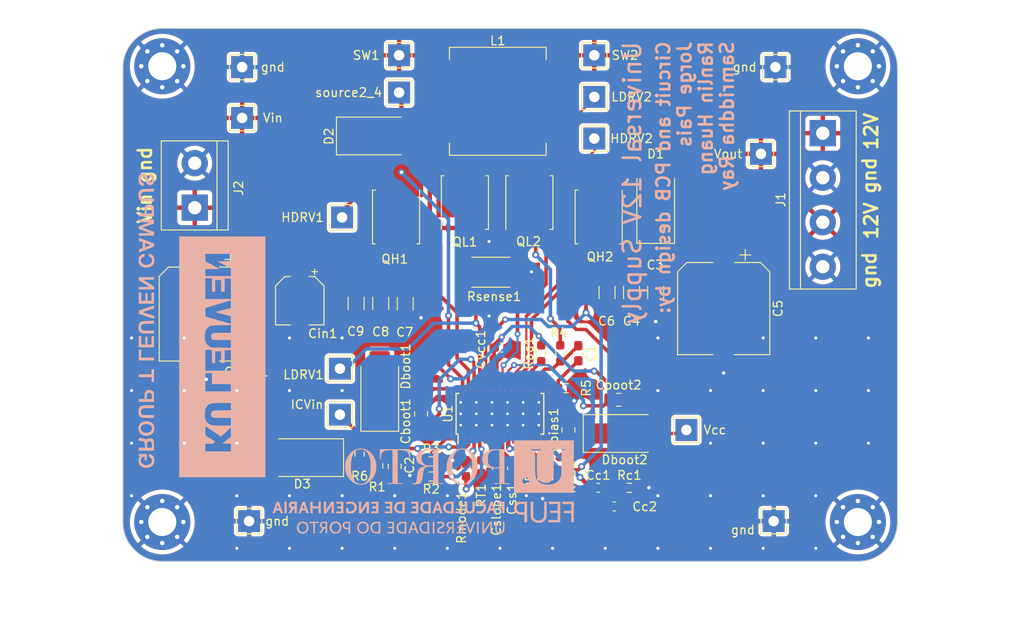
<source format=kicad_pcb>
(kicad_pcb (version 20221018) (generator pcbnew)
  (layers (0 "F.Cu" signal) (31 "B.Cu" signal) (34 "B.Paste" user) (35 "F.Paste" user) (36 "B.SilkS" user "B.Silkscreen") (37 "F.SilkS" user "F.Silkscreen") (38 "B.Mask" user) (39 "F.Mask" user) (44 "Edge.Cuts" user))
  (net 0 "")
  (net 1 "CS")
  (net 2 "CSG")
  (net 3 "ICVin")
  (net 4 "GND")
  (net 5 "Vout")
  (net 6 "Vcc")
  (net 7 "/BOOT1")
  (net 8 "SW1")
  (net 9 "/BOOT2")
  (net 10 "SW2")
  (net 11 "Vin")
  (net 12 "/COMP")
  (net 13 "Net-(Cc1-Pad2)")
  (net 14 "/SLOPE")
  (net 15 "/SS")
  (net 16 "/source2_4")
  (net 17 "Net-(D3-K)")
  (net 18 "HDRV1")
  (net 19 "HDRV2")
  (net 20 "LDRV1")
  (net 21 "LDRV2")
  (net 22 "EN")
  (net 23 "FB")
  (net 24 "/MODE")
  (net 25 "/PGOOD")
  (net 26 "/RT{slash}SYNC")
  (net 27 "Net-(C2-Pad1)")
  (footprint "TestPoint:TestPoint_THTPad_2.5x2.5mm_Drill1.2mm" (layer "F.Cu") (at 133.4 26.6)
    (fp_text reference "TP13" hide)
    (fp_text value "gnd")
  )
  (footprint "Capacitor_SMD:C_0805_2012Metric_Pad1.18x1.45mm_HandSolder" (layer "F.Cu") (at 93 66.1552 90)
    (fp_text reference "Cboot1")
    (fp_text value "100n")
  )
  (footprint "Capacitor_SMD:C_0603_1608Metric_Pad1.08x0.95mm_HandSolder" (layer "F.Cu") (at 113.2 74.6)
    (fp_text reference "Cc1")
    (fp_text value "15n")
  )
  (footprint "MountingHole:MountingHole_3.2mm_M3_Pad_Via" (layer "F.Cu") (at 142.802944 26.5)
    (fp_text reference "H2" hide)
    (fp_text value "MountingHole_Pad")
  )
  (footprint "TestPoint:TestPoint_THTPad_2.5x2.5mm_Drill1.2mm" (layer "F.Cu") (at 90.5 25.25)
    (fp_text reference "TP5" hide)
    (fp_text value "SW1")
  )
  (footprint "Diode_SMD:D_SMB_Handsoldering" (layer "F.Cu") (at 88.2926 63.4374 90)
    (fp_text reference "Dboot1")
    (fp_text value "SS24")
  )
  (footprint "Resistor_SMD:R_0603_1608Metric_Pad0.98x0.95mm_HandSolder" (layer "F.Cu") (at 86 70.75 -90)
    (fp_text reference "R6")
    (fp_text value "2k")
  )
  (footprint "Package_SO:HTSSOP-28-1EP_4.4x9.7mm_P0.65mm_EP3.4x9.5mm_ThermalVias" (layer "F.Cu") (at 101.97 66.15 90)
    (fp_text reference "U1")
    (fp_text value "LM5175PWP")
  )
  (footprint "Diode_SMD:D_SMB_Handsoldering" (layer "F.Cu") (at 116.2 68.4)
    (fp_text reference "Dboot2")
    (fp_text value "SS24")
  )
  (footprint "Capacitor_SMD:C_1206_3216Metric_Pad1.33x1.80mm_HandSolder" (layer "F.Cu") (at 119.7486 52.3122 -90)
    (fp_text reference "C3")
    (fp_text value "15u")
  )
  (footprint "Resistor_SMD:R_0603_1608Metric_Pad0.98x0.95mm_HandSolder" (layer "F.Cu") (at 88.1148 72.0988 90)
    (fp_text reference "R1")
    (fp_text value "10")
  )
  (footprint "Capacitor_SMD:C_1206_3216Metric_Pad1.33x1.80mm_HandSolder" (layer "F.Cu") (at 91.2 53.6 -90)
    (fp_text reference "C7")
    (fp_text value "15u")
  )
  (footprint "TestPoint:TestPoint_THTPad_2.5x2.5mm_Drill1.2mm" (layer "F.Cu") (at 112.75 34.75)
    (fp_text reference "TP7" hide)
    (fp_text value "HDRV2")
  )
  (footprint "TestPoint:TestPoint_THTPad_2.5x2.5mm_Drill1.2mm" (layer "F.Cu") (at 84 43.75)
    (fp_text reference "TP4" hide)
    (fp_text value "HDRV1")
  )
  (footprint "Resistor_SMD:R_0603_1608Metric_Pad0.98x0.95mm_HandSolder" (layer "F.Cu") (at 108.875 59.25 90)
    (fp_text reference "R4")
    (fp_text value "100")
  )
  (footprint "Capacitor_SMD:C_1206_3216Metric_Pad1.33x1.80mm_HandSolder" (layer "F.Cu") (at 85.6 53.5625 -90)
    (fp_text reference "C9")
    (fp_text value "15u")
  )
  (footprint "TestPoint:TestPoint_THTPad_2.5x2.5mm_Drill1.2mm" (layer "F.Cu") (at 73.4 78.4)
    (fp_text reference "TP11" hide)
    (fp_text value "gnd")
  )
  (footprint "Resistor_SMD:R_0603_1608Metric_Pad0.98x0.95mm_HandSolder" (layer "F.Cu") (at 116.75 74.6)
    (fp_text reference "Rc1")
    (fp_text value "68k")
  )
  (footprint "Capacitor_SMD:C_1206_3216Metric_Pad1.33x1.80mm_HandSolder" (layer "F.Cu") (at 116.9946 52.3122 -90)
    (fp_text reference "C4")
    (fp_text value "15u")
  )
  (footprint "Resistor_SMD:R_0603_1608Metric_Pad0.98x0.95mm_HandSolder" (layer "F.Cu") (at 94.1581 73.318 180)
    (fp_text reference "R2")
    (fp_text value "249k")
  )
  (footprint "Capacitor_SMD:CP_Elec_10x10.5" (layer "F.Cu") (at 68.506 54.776 -90)
    (fp_text reference "Cbulk1")
    (fp_text value "68u")
  )
  (footprint "TestPoint:TestPoint_THTPad_2.5x2.5mm_Drill1.2mm" (layer "F.Cu") (at 83.75 61)
    (fp_text reference "TP6" hide)
    (fp_text value "LDRV1")
  )
  (footprint "TestPoint:TestPoint_THTPad_2.5x2.5mm_Drill1.2mm" (layer "F.Cu") (at 83.75 66.25)
    (fp_text reference "TP2" hide)
    (fp_text value "ICVin")
  )
  (footprint "Resistor_SMD:R_0603_1608Metric_Pad0.98x0.95mm_HandSolder" (layer "F.Cu") (at 99.85 72.375 -90)
    (fp_text reference "RT1")
    (fp_text value "27.4k")
  )
  (footprint "TestPoint:TestPoint_THTPad_2.5x2.5mm_Drill1.2mm" (layer "F.Cu") (at 72.6 32.4)
    (fp_text reference "TP10" hide)
    (fp_text value "Vin")
  )
  (footprint "Resistor_SMD:R_0603_1608Metric_Pad0.98x0.95mm_HandSolder" (layer "F.Cu") (at 108.5618 73.4704 -90)
    (fp_text reference "RFB2")
    (fp_text value "105k")
  )
  (footprint "Diode_SMD:D_SMB_Handsoldering" (layer "F.Cu") (at 88.064 34.456)
    (fp_text reference "D2")
    (fp_text value "SS24")
  )
  (footprint "TestPoint:TestPoint_THTPad_2.5x2.5mm_Drill1.2mm" (layer "F.Cu") (at 90.5 29.5)
    (fp_text reference "TP15" hide)
    (fp_text value "source2_4")
  )
  (footprint "MountingHole:MountingHole_3.2mm_M3_Pad_Via" (layer "F.Cu") (at 63.5 26.5)
    (fp_text reference "H1" hide)
    (fp_text value "MountingHole_Pad")
  )
  (footprint "Resistor_SMD:R_0603_1608Metric_Pad0.98x0.95mm_HandSolder" (layer "F.Cu") (at 94.16 71.5908)
    (fp_text reference "R3")
    (fp_text value "59k")
  )
  (footprint "Resistor_SMD:R_2512_6332Metric_Pad1.40x3.35mm_HandSolder" (layer "F.Cu") (at 100.95 50)
    (fp_text reference "Rsense1")
    (fp_text value "18m")
  )
  (footprint "Capacitor_SMD:C_1206_3216Metric_Pad1.33x1.80mm_HandSolder" (layer "F.Cu") (at 114.2006 52.3122 -90)
    (fp_text reference "C6")
    (fp_text value "15u")
  )
  (footprint "Capacitor_SMD:C_1206_3216Metric_Pad1.33x1.80mm_HandSolder" (layer "F.Cu") (at 88.4 53.5625 -90)
    (fp_text reference "C8")
    (fp_text value "15u")
  )
  (footprint "Resistor_SMD:R_0603_1608Metric_Pad0.98x0.95mm_HandSolder" (layer "F.Cu") (at 106.7 59.25 90)
    (fp_text reference "Rpg1")
    (fp_text value "10k")
  )
  (footprint "Capacitor_SMD:C_0603_1608Metric_Pad1.08x0.95mm_HandSolder" (layer "F.Cu") (at 110.924 59.2464 -90)
    (fp_text reference "C1")
    (fp_text value "47p")
  )
  (footprint "Package_TO_SOT_SMD:TDSON-8-1" (layer "F.Cu") (at 113.25 43.7 -90)
    (fp_text reference "QH2")
    (fp_text value "CSD18532Q5B")
  )
  (footprint "Diode_SMD:D_SMB_Handsoldering" (layer "F.Cu") (at 79.4534 71.159 180)
    (fp_text reference "D3")
    (fp_text value "SS24")
  )
  (footprint "Resistor_SMD:R_0603_1608Metric_Pad0.98x0.95mm_HandSolder" (layer "F.Cu") (at 106.86 73.4704 -90)
    (fp_text reference "RFB1")
    (fp_text value "7.5k")
  )
  (footprint "Package_TO_SOT_SMD:TDSON-8-1" (layer "F.Cu") (at 105.35 42.05 90)
    (fp_text reference "QL2")
    (fp_text value "CSD18532Q5B")
  )
  (footprint "TestPoint:TestPoint_THTPad_2.5x2.5mm_Drill1.2mm" (layer "F.Cu") (at 112.75 30)
    (fp_text reference "TP1" hide)
    (fp_text value "LDRV2")
  )
  (footprint "TestPoint:TestPoint_THTPad_2.5x2.5mm_Drill1.2mm" (layer "F.Cu") (at 123.25 68)
    (fp_text reference "TP3" hide)
    (fp_text value "Vcc")
  )
  (footprint "Resistor_SMD:R_0603_1608Metric_Pad0.98x0.95mm_HandSolder" (layer "F.Cu") (at 98.125 72.375 90)
    (fp_text reference "Rmode1")
    (fp_text value "93.1k")
  )
  (footprint "FootprintLibrary:L_Coilcraft_XAL1010-XXX_handsolder" (layer "F.Cu") (at 101.75 30.5)
    (fp_text reference "L1")
    (fp_text value "4.7u")
  )
  (footprint "Package_TO_SOT_SMD:TDSON-8-1" (layer "F.Cu") (at 98 42.05 90)
    (fp_text reference "QL1")
    (fp_text value "CSD18532Q5B")
  )
  (footprint "Capacitor_SMD:C_0805_2012Metric_Pad1.18x1.45mm_HandSolder" (layer "F.Cu") (at 115.5214 64.555)
    (fp_text reference "Cboot2")
    (fp_text value "100n")
  )
  (footprint "TestPoint:TestPoint_THTPad_2.5x2.5mm_Drill1.2mm" (layer "F.Cu") (at 131.75 36.5)
    (fp_text reference "TP9" hide)
    (fp_text value "Vout")
  )
  (footprint "Capacitor_SMD:CP_Elec_10x12.6" (layer "F.Cu") (at 127.5 54.15 -90)
    (fp_text reference "C5")
    (fp_text value "470u")
  )
  (footprint "TestPoint:TestPoint_THTPad_2.5x2.5mm_Drill1.2mm" (layer "F.Cu") (at 133.2 78.4)
    (fp_text reference "TP14" hide)
    (fp_text value "gnd")
  )
  (footprint "Capacitor_SMD:C_0603_1608Metric_Pad1.08x0.95mm_HandSolder" (layer "F.Cu") (at 101.65 72.3875 -90)
    (fp_text reference "Cslope1")
    (fp_text value "100p")
  )
  (footprint "TerminalBlock:TerminalBlock_bornier-2_P5.08mm" (layer "F.Cu") (at 67.2 42.64 90)
    (fp_text reference "J2")
    (fp_text value "Screw_Terminal_01x02")
  )
  (footprint "Capacitor_SMD:C_0805_2012Metric_Pad1.18x1.45mm_HandSolder" (layer "F.Cu") (at 89.9944 72.1496 -90)
    (fp_text reference "C2")
    (fp_text value "100n")
  )
  (footprint "Capacitor_SMD:C_0805_2012Metric_Pad1.18x1.45mm_HandSolder" (layer "F.Cu") (at 109.8 68 90)
    (fp_text reference "Cbias1")
    (fp_text value "100n")
  )
  (footprint "Capacitor_SMD:C_0603_1608Metric_Pad1.08x0.95mm_HandSolder" (layer "F.Cu") (at 115.0375 76.725)
    (fp_text reference "Cc2")
    (fp_text value "62p")
  )
  (footprint "TestPoint:TestPoint_THTPad_2.5x2.5mm_Drill1.2mm" (layer "F.Cu") (at 112.75 25.25)
    (fp_text reference "TP8" hide)
    (fp_text value "SW2")
  )
  (footprint "Capacitor_SMD:CP_Elec_5x5.4" (layer "F.Cu") (at 79.174 53.252 -90)
    (fp_text reference "Cin1")
    (fp_text value "10u")
  )
  (footprint "Resistor_SMD:R_0603_1608Metric_Pad0.98x0.95mm_HandSolder" (layer "F.Cu") (at 109.55 63.225)
    (fp_text reference "R5")
    (fp_text value "100")
  )
  (footprint "Diode_SMD:D_SMB_Handsoldering" (layer "F.Cu") (at 119.75 42 90)
    (fp_text reference "D1")
    (fp_text value "SS24")
  )
  (footprint "Capacitor_SMD:C_0603_1608Metric_Pad1.08x0.95mm_HandSolder" (layer "F.Cu") (at 102.2 58.6)
    (fp_text reference "Cvcc1")
    (fp_text value "1u")
  )
  (footprint "MountingHole:MountingHole_3.2mm_M3_Pad_Via" (layer "F.Cu") (at 63.5 78.5)
    (fp_text reference "H3" hide)
    (fp_text value "MountingHole_Pad")
  )
  (footprint "TerminalBlock:TerminalBlock_bornier-4_P5.08mm" (layer "F.Cu") (at 138.8 34.14 -90)
    (fp_text reference "J1")
    (fp_text value "Screw_Terminal_01x04")
  )
  (footprint "Package_TO_SOT_SMD:TDSON-8-1" (layer "F.Cu") (at 90.15 43.7 -90)
    (fp_text reference "QH1")
    (fp_text value "CSD18532Q5B")
  )
  (footprint "MountingHole:MountingHole_3.2mm_M3_Pad_Via" (layer "F.Cu") (at 142.802944 78.5)
    (fp_text reference "H4" hide)
    (fp_text value "MountingHole_Pad")
  )
  (footprint "Capacitor_SMD:C_0603_1608Metric_Pad1.08x0.95mm_HandSolder" (layer "F.Cu") (at 103.375 72.3875 -90)
    (fp_text reference "Css1")
    (fp_text value "120n")
  )
  (footprint "TestPoint:TestPoint_THTPad_2.5x2.5mm_Drill1.2mm" (layer "F.Cu") (at 72.6 26.6)
    (fp_text reference "TP12" hide)
    (fp_text value "gnd")
  )
  (footprint "LOGO" (layer "B.Cu") (at 67.75 56 90)
    (fp_text reference "G***" hide)
    (fp_text value "LOGO" hide)
  )
  (footprint "LOGO" (layer "B.Cu") (at 93.5 74.5 180)
    (fp_text reference "G***" hide)
    (fp_text value "LOGO" hide)
  )
  (gr_arc (start 59 26.681981) (mid 60.318026 23.500013) (end 63.5 22.181981) (stroke (width 0.1)) (layer "Edge.Cuts"))
  (gr_line (start 63.5 83) (end 142.818019 83) (stroke (width 0.1)) (layer "Edge.Cuts"))
  (gr_line (start 147.318019 78.5) (end 147.318019 26.681981) (stroke (width 0.1)) (layer "Edge.Cuts"))
  (gr_arc (start 63.5 83) (mid 60.318019 81.681981) (end 59 78.5) (stroke (width 0.1)) (layer "Edge.Cuts"))
  (gr_arc (start 142.818019 22.181981) (mid 145.999994 23.500006) (end 147.318019 26.681981) (stroke (width 0.1)) (layer "Edge.Cuts"))
  (gr_line (start 59 26.681981) (end 59 78.5) (stroke (width 0.1)) (layer "Edge.Cuts"))
  (gr_arc (start 147.318019 78.5) (mid 146.000001 81.681987) (end 142.818019 83) (stroke (width 0.1)) (layer "Edge.Cuts"))
  (gr_line (start 142.818019 22.181981) (end 63.5 22.181981) (stroke (width 0.1)) (layer "Edge.Cuts"))
  (gr_text "Universal 12V Supply" (at 118.25 23.5 90) (layer "B.SilkS") (effects (font (size 2 2) (thickness 0.3) bold) (justify left bottom mirror)))
  (gr_text "Circuit and PCB design by:\nJorge Pais\nRanlin Huang\nSamriddha Ray" (at 128.75 23.5 90) (layer "B.SilkS") (effects (font (size 1.5 1.5) (thickness 0.3) bold) (justify left bottom mirror)))
  (gr_text "12V\n" (at 145.2 36.2 90) (layer "F.SilkS") (effects (font (size 1.5 1.5) (thickness 0.3) bold) (justify left bottom)))
  (gr_text "Vin" (at 62.4 44.6 90) (layer "F.SilkS") (effects (font (size 1.5 1.5) (thickness 0.3) bold) (justify left bottom)))
  (gr_text "gnd\n" (at 145 52 90) (layer "F.SilkS") (effects (font (size 1.5 1.5) (thickness 0.3) bold) (justify left bottom)))
  (gr_text "gnd\n" (at 145 41.2 90) (layer "F.SilkS") (effects (font (size 1.5 1.5) (thickness 0.3) bold) (justify left bottom)))
  (gr_text "12V\n" (at 145.2 46.4 90) (layer "F.SilkS") (effects (font (size 1.5 1.5) (thickness 0.3) bold) (justify left bottom)))
  (gr_text "gnd\n" (at 62.4 40 90) (layer "F.SilkS") (effects (font (size 1.5 1.5) (thickness 0.3) bold) (justify left bottom)))
  (segment (start 105.545 63.3) (end 105.545 62.634314) (width 0.4) (layer "F.Cu") (net 1))
  (segment (start 108.875 60.1625) (end 109.1454 60.1625) (width 0.4) (layer "F.Cu") (net 1))
  (segment (start 109.1454 60.1625) (end 110.924 58.3839) (width 0.4) (layer "F.Cu") (net 1))
  (segment (start 107.129314 61.05) (end 107.9875 61.05) (width 0.4) (layer "F.Cu") (net 1))
  (segment (start 105.545 62.634314) (end 107.129314 61.05) (width 0.4) (layer "F.Cu") (net 1))
  (segment (start 107.9875 61.05) (end 108.875 60.1625) (width 0.4) (layer "F.Cu") (net 1))
  (segment (start 108.6375 63.225) (end 108.6375 62.3954) (width 0.4) (layer "F.Cu") (net 2))
  (segment (start 108.5625 63.3) (end 108.6375 63.225) (width 0.4) (layer "F.Cu") (net 2))
  (segment (start 108.6375 62.3954) (end 110.924 60.1089) (width 0.4) (layer "F.Cu") (net 2))
  (segment (start 106.195 63.3) (end 108.5625 63.3) (width 0.4) (layer "F.Cu") (net 2))
  (segment (start 86 69.8375) (end 86 68.5) (width 0.4) (layer "F.Cu") (net 3))
  (segment (start 98.110686 69.95) (end 96.1768 69.95) (width 0.4) (layer "F.Cu") (net 3))
  (segment (start 92.6106 70.1176) (end 90.9889 70.1176) (width 0.4) (layer "F.Cu") (net 3))
  (segment (start 98.395 69) (end 98.395 69.665686) (width 0.4) (layer "F.Cu") (net 3))
  (segment (start 86 68.5) (end 83.75 66.25) (width 0.4) (layer "F.Cu") (net 3))
  (segment (start 96.1768 69.95) (end 96.1666 69.9398) (width 0.4) (layer "F.Cu") (net 3))
  (segment (start 90.9889 70.1176) (end 90.7088 69.8375) (width 0.4) (layer "F.Cu") (net 3))
  (segment (start 90.7088 69.8375) (end 86 69.8375) (width 0.4) (layer "F.Cu") (net 3))
  (segment (start 98.395 69.665686) (end 98.110686 69.95) (width 0.4) (layer "F.Cu") (net 3))
  (via (at 96.1666 69.9398) (size 0.8) (drill 0.4) (layers "F.Cu" "B.Cu") (net 3))
  (via (at 92.6106 70.1176) (size 0.8) (drill 0.4) (layers "F.Cu" "B.Cu") (net 3))
  (segment (start 92.7884 69.9398) (end 92.6106 70.1176) (width 0.4) (layer "B.Cu") (net 3))
  (segment (start 96.1666 69.9398) (end 92.7884 69.9398) (width 0.4) (layer "B.Cu") (net 3))
  (segment (start 91.2 55.1625) (end 92.9625 55.1625) (width 1) (layer "F.Cu") (net 4))
  (segment (start 103.0625 58.6) (end 103.0625 58.8275) (width 0.4) (layer "F.Cu") (net 4))
  (segment (start 119.7486 53.8747) (end 119.7486 55.6247) (width 0.5) (layer "F.Cu") (net 4))
  (segment (start 106.195 69) (end 105.545 69) (width 0.25) (layer "F.Cu") (net 4))
  (segment (start 68.506 58.976) (end 68.506 62.226) (width 1) (layer "F.Cu") (net 4))
  (segment (start 103.595 68.185) (end 102.86 67.45) (width 0.25) (layer "F.Cu") (net 4))
  (segment (start 92.9625 55.1625) (end 93 55.2) (width 1) (layer "F.Cu") (net 4))
  (segment (start 91.7177 73.1871) (end 91.7216 73.191) (width 0.5) (layer "F.Cu") (net 4))
  (segment (start 104 50) (end 105.54 50) (width 0.4) (layer "F.Cu") (net 4))
  (segment (start 103.595 69) (end 103.595 68.185) (width 0.25) (layer "F.Cu") (net 4))
  (segment (start 117.6625 74.6) (end 118.9638 74.6) (width 0.4) (layer "F.Cu") (net 4))
  (segment (start 106.86 74.3829) (end 106.86 75.8326) (width 0.4) (layer "F.Cu") (net 4))
  (segment (start 103.0625 58.8275) (end 101.645 60.245) (width 0.4) (layer "F.Cu") (net 4))
  (segment (start 99.85 73.1875) (end 98.125 71.4625) (width 0.4) (layer "F.Cu") (net 4))
  (segment (start 101.645 60.245) (end 101.645 63.3) (width 0.4) (layer "F.Cu") (net 4))
  (segment (start 127.5 58.5) (end 127.5 61.5) (width 0.5) (layer "F.Cu") (net 4))
  (segment (start 100.345 69) (end 100.345 68.185) (width 0.25) (layer "F.Cu") (net 4))
  (segment (start 101.6125 73.2875) (end 101.65 73.25) (width 0.4) (layer "F.Cu") (net 4))
  (segment (start 96.5997 71.4625) (end 96.5984 71.4638) (width 0.4) (layer "F.Cu") (net 4))
  (segment (start 110.4625 63.225) (end 110.4625 64.6625) (width 0.4) (layer "F.Cu") (net 4))
  (segment (start 105.54 50) (end 105.59 49.95) (width 0.4) (layer "F.Cu") (net 4))
  (segment (start 110.4625 64.6625) (end 110.45 64.675) (width 0.4) (layer "F.Cu") (net 4))
  (segment (start 99.85 73.2875) (end 99.85 73.1875) (width 0.4) (layer "F.Cu") (net 4))
  (segment (start 106.195 69) (end 106.195 67.675) (width 0.25) (layer "F.Cu") (net 4))
  (segment (start 114.2006 53.8747) (end 119.7486 53.8747) (width 1.5) (layer "F.Cu") (net 4))
  (segment (start 96.4714 71.5908) (end 96.5984 71.4638) (width 0.4) (layer "F.Cu") (net 4))
  (segment (start 118.9638 74.6) (end 118.9758 74.588) (width 0.4) (layer "F.Cu") (net 4))
  (segment (start 115.9 76.3625) (end 117.6625 74.6) (width 0.4) (layer "F.Cu") (net 4))
  (segment (start 106.195 67.675) (end 106.42 67.45) (width 0.25) (layer "F.Cu") (net 4))
  (segment (start 101.645 63.3) (end 101.645 64.285) (width 0.25) (layer "F.Cu") (net 4))
  (segment (start 100.345 68.185) (end 101.08 67.45) (width 0.25) (layer "F.Cu") (net 4))
  (segment (start 85.6375 55.1625) (end 85.6 55.125) (width 1) (layer "F.Cu") (net 4))
  (segment (start 101.645 64.285) (end 101.08 64.85) (width 0.25) (layer "F.Cu") (net 4))
  (segment (start 115.9 76.725) (end 115.9 76.3625) (width 0.4) (layer "F.Cu") (net 4))
  (via (at 120 81.5) (size 0.7) (drill 0.35) (layers "F.Cu" "B.Cu") (net 4))
  (via (at 120 57.5) (size 0.7) (drill 0.35) (layers "F.Cu" "B.Cu") (net 4))
  (via (at 66 63.5) (size 0.7) (drill 0.35) (layers "F.Cu" "B.Cu") (net 4))
  (via (at 138 57.5) (size 0.7) (drill 0.35) (layers "F.Cu" "B.Cu") (net 4))
  (via (at 118.9758 74.588) (size 0.8) (drill 0.4) (layers "F.Cu" "B.Cu") (net 4))
  (via (at 60 75.5) (size 0.7) (drill 0.35) (layers "F.Cu" "B.Cu") (net 4))
  (via (at 132 57.5) (size 0.7) (drill 0.35) (layers "F.Cu" "B.Cu") (net 4))
  (via (at 84 75.5) (size 0.7) (drill 0.35) (layers "F.Cu" "B.Cu") (net 4))
  (via (at 138 63.5) (size 0.7) (drill 0.35) (layers "F.Cu" "B.Cu") (net 4))
  (via (at 66 57.5) (size 0.7) (drill 0.35) (layers "F.Cu" "B.Cu") (net 4))
  (via (at 144 69.5) (size 0.7) (drill 0.35) (layers "F.Cu" "B.Cu") (net 4))
  (via (at 132 69.5) (size 0.7) (drill 0.35) (layers "F.Cu" "B.Cu") (net 4))
  (via (at 93 55.2) (size 0.8) (drill 0.4) (layers "F.Cu" "B.Cu") (net 4))
  (via (at 119.7486 55.6247) (size 0.8) (drill 0.4) (layers "F.Cu" "B.Cu") (net 4))
  (via (at 72 75.5) (size 0.7) (drill 0.35) (layers "F.Cu" "B.Cu") (net 4))
  (via (at 102 81.5) (size 0.7) (drill 0.35) (layers "F.Cu" "B.Cu") (net 4))
  (via (at 96 75.5) (size 0.7) (drill 0.35) (layers "F.Cu" "B.Cu") (net 4))
  (via (at 110.45 64.675) (size 0.8) (drill 0.4) (layers "F.Cu" "B.Cu") (net 4))
  (via (at 106.86 75.8326) (size 0.8) (drill 0.4) (layers "F.Cu" "B.Cu") (net 4))
  (via (at 66 69.5) (size 0.7) (drill 0.35) (layers "F.Cu" "B.Cu") (net 4))
  (via (at 105 75.5) (size 0.7) (drill 0.35) (layers "F.Cu" "B.Cu") (net 4))
  (via (at 72 81.5) (size 0.7) (drill 0.35) (layers "F.Cu" "B.Cu") (net 4))
  (via (at 78 57.5) (size 0.7) (drill 0.35) (layers "F.Cu" "B.Cu") (net 4))
  (via (at 120 75.5) (size 0.7) (drill 0.35) (layers "F.Cu" "B.Cu") (net 4))
  (via (at 78 81.5) (size 0.7) (drill 0.35) (layers "F.Cu" "B.Cu") (net 4))
  (via (at 90 81.5) (size 0.7) (drill 0.35) (layers "F.Cu" "B.Cu") (net 4))
  (via (at 108 81.5) (size 0.7) (drill 0.35) (layers "F.Cu" "B.Cu") (net 4))
  (via (at 91.7216 73.191) (size 0.8) (drill 0.4) (layers "F.Cu" "B.Cu") (net 4))
  (via (at 126 81.5) (size 0.7) (drill 0.35) (layers "F.Cu" "B.Cu") (net 4))
  (via (at 126 63.5) (size 0.7) (drill 0.35) (layers "F.Cu" "B.Cu") (net 4))
  (via (at 60 69.5) (size 0.7) (drill 0.35) (layers "F.Cu" "B.Cu") (net 4))
  (via (at 105.59 49.95) (size 0.7) (drill 0.35) (layers "F.Cu" "B.Cu") (net 4))
  (via (at 84 81.5) (size 0.7) (drill 0.35) (layers "F.Cu" "B.Cu") (net 4))
  (via (at 126 75.5) (size 0.7) (drill 0.35) (layers "F.Cu" "B.Cu") (net 4))
  (via (at 60 63.5) (size 0.7) (drill 0.35) (layers "F.Cu" "B.Cu") (net 4))
  (via (at 78 63.5) (size 0.7) (drill 0.35) (layers "F.Cu" "B.Cu") (net 4))
  (via (at 78 75.5) (size 0.7) (drill 0.35) (layers "F.Cu" "B.Cu") (net 4))
  (via (at 120 63.5) (size 0.7) (drill 0.35) (layers "F.Cu" "B.Cu") (net 4))
  (via (at 138 69.5) (size 0.7) (drill 0.35) (layers "F.Cu" "B.Cu") (net 4))
  (via (at 84 63.5) (size 0.7) (drill 0.35) (layers "F.Cu" "B.Cu") (net 4))
  (via (at 96 81.5) (size 0.7) (drill 0.35) (layers "F.Cu" "B.Cu") (net 4))
  (via (at 132 63.5) (size 0.7) (drill 0.35) (layers "F.Cu" "B.Cu") (net 4))
  (via (at 84 57.5) (size 0.7) (drill 0.35) (layers "F.Cu" "B.Cu") (net 4))
  (via (at 138 81.5) (size 0.7) (drill 0.35) (layers "F.Cu" "B.Cu") (net 4))
  (via (at 68.506 62.226) (size 0.8) (drill 0.4) (layers "F.Cu" "B.Cu") (net 4))
  (via (at 114 81.5) (size 0.7) (drill 0.35) (layers "F.Cu" "B.Cu") (net 4))
  (via (at 72 63.5) (size 0.7) (drill 0.35) (layers "F.Cu" "B.Cu") (net 4))
  (via (at 138 75.5) (size 0.7) (drill 0.35) (layers "F.Cu" "B.Cu") (net 4))
  (via (at 144 57.5) (size 0.7) (drill 0.35) (layers "F.Cu" "B.Cu") (net 4))
  (via (at 132 75.5) (size 0.7) (drill 0.35) (layers "F.Cu" "B.Cu") (net 4))
  (via (at 96.5984 71.4638) (size 0.8) (drill 0.4) (layers "F.Cu" "B.Cu") (net 4))
  (via (at 132 81.5) (size 0.7) (drill 0.35) (layers "F.Cu" "B.Cu") (net 4))
  (via (at 126 69.5) (size 0.7) (drill 0.35) (layers "F.Cu" "B.Cu") (net 4))
  (via (at 144 63.5) (size 0.7) (drill 0.35) (layers "F.Cu" "B.Cu") (net 4))
  (via (at 127.5 61.5) (size 0.8) (drill 0.4) (layers "F.Cu" "B.Cu") (net 4))
  (via (at 72 69.5) (size 0.7) (drill 0.35) (layers "F.Cu" "B.Cu") (net 4))
  (via (at 60 57.5) (size 0.7) (drill 0.35) (layers "F.Cu" "B.Cu") (net 4))
  (via (at 100.75 46.5) (size 0.7) (drill 0.35) (layers "F.Cu" "B.Cu") (net 4))
  (via (at 100.75 55) (size 0.7) (drill 0.35) (layers "F.Cu" "B.Cu") (net 4))
  (via (at 90 75.5) (size 0.7) (drill 0.35) (layers "F.Cu" "B.Cu") (net 4))
  (segment (start 107.2645 71.2606) (end 109.4876 69.0375) (width 0.4) (layer "F.Cu") (net 5))
  (segment (start 100.345 57.655) (end 101.8 56.2) (width 0.4) (layer "F.Cu") (net 5))
  (segment (start 104.895 69.665686) (end 104.895 69) (width 0.4) (layer "F.Cu") (net 5))
  (segment (start 106.489914 71.2606) (end 104.895 69.665686) (width 0.4) (layer "F.Cu") (net 5))
  (segment (start 111.813 53.1373) (end 114.2006 50.7497) (width 0.4) (layer "F.Cu") (net 5))
  (segment (start 101.8 56.2) (end 102.6 55.4) (width 0.4) (layer "F.Cu") (net 5))
  (segment (start 110.9221 72.5579) (end 111.305 72.175) (width 0.4) (layer "F.Cu") (net 5))
  (segment (start 114.2006 50.7497) (end 119.7486 50.7497) (width 1.5) (layer "F.Cu") (net 5))
  (segment (start 107.2645 71.2606) (end 106.489914 71.2606) (width 0.4) (layer "F.Cu") (net 5))
  (segment (start 100.345 63.3) (end 100.345 57.655) (width 0.4) (layer "F.Cu") (net 5))
  (segment (start 111.813 54.6236) (end 111.813 53.1373) (width 0.4) (layer "F.Cu") (net 5))
  (segment (start 109.4876 69.0375) (end 109.8 69.0375) (width 0.4) (layer "F.Cu") (net 5))
  (segment (start 108.5618 72.5579) (end 107.2645 71.2606) (width 0.4) (layer "F.Cu") (net 5))
  (segment (start 108.5618 72.5579) (end 110.9221 72.5579) (width 0.4) (layer "F.Cu") (net 5))
  (via (at 102.6 55.4) (size 0.7) (drill 0.35) (layers "F.Cu" "B.Cu") (net 5))
  (via (at 111.305 72.175) (size 0.8) (drill 0.4) (layers "F.Cu" "B.Cu") (net 5))
  (via (at 111.813 54.6236) (size 0.8) (drill 0.4) (layers "F.Cu" "B.Cu") (net 5))
  (segment (start 102.6 55.4) (end 106.708229 55.4) (width 0.4) (layer "B.Cu") (net 5))
  (segment (start 113.5274 69.9526) (end 113.5274 56.338) (width 0.4) (layer "B.Cu") (net 5))
  (segment (start 107.508229 56.2) (end 110.2366 56.2) (width 0.4) (layer "B.Cu") (net 5))
  (segment (start 111.813 54.6236) (end 110.2366 56.2) (width 0.4) (layer "B.Cu") (net 5))
  (segment (start 106.708229 55.4) (end 107.508229 56.2) (width 0.4) (layer "B.Cu") (net 5))
  (segment (start 111.305 72.175) (end 113.5274 69.9526) (width 0.4) (layer "B.Cu") (net 5))
  (segment (start 113.5274 56.338) (end 111.813 54.6236) (width 0.4) (layer "B.Cu") (net 5))
  (segment (start 93.8552 61.0205) (end 95.2483 61.0205) (width 0.4) (layer "F.Cu") (net 6))
  (segment (start 115.4714 63.81076) (end 112.93904 61.2784) (width 0.4) (layer "F.Cu") (net 6))
  (segment (start 115.4714 65.6714) (end 116.2 66.4) (width 0.4) (layer "F.Cu") (net 6))
  (segment (start 95.2483 61.0205) (end 96.3698 62.142) (width 0.4) (layer "F.Cu") (net 6))
  (segment (start 96.3698 62.142) (end 96.3698 62.1674) (width 0.4) (layer "F.Cu") (net 6))
  (segment (start 106.7 57.5624) (end 106.4188 57.2812) (width 0.4) (layer "F.Cu") (net 6))
  (segment (start 106.7 58.3375) (end 106.7 57.5624) (width 0.4) (layer "F.Cu") (net 6))
  (segment (start 112.93904 61.2784) (end 112.7274 61.2784) (width 0.4) (layer "F.Cu") (net 6))
  (segment (start 101.3375 58.2625) (end 102.2 57.4) (width 0.4) (layer "F.Cu") (net 6))
  (segment (start 101.3375 58.6) (end 101.3375 58.2625) (width 0.4) (layer "F.Cu") (net 6))
  (segment (start 122.85 68.4) (end 123.25 68) (width 0.4) (layer "F.Cu") (net 6))
  (segment (start 116.9 66.4) (end 118.9 68.4) (width 0.4) (layer "F.Cu") (net 6))
  (segment (start 88.2926 60.7374) (end 93.5721 60.7374) (width 0.4) (layer "F.Cu") (net 6))
  (segment (start 88.4995 60.9443) (end 88.2926 60.7374) (width 0.4) (layer "F.Cu") (net 6))
  (segment (start 101.3375 59.4) (end 101.3375 58.6) (width 0.4) (layer "F.Cu") (net 6))
  (segment (start 93.5721 60.7374) (end 93.8552 61.0205) (width 0.4) (layer "F.Cu") (net 6))
  (segment (start 100.995 59.7425) (end 100.995 63.3) (width 0.4) (layer "F.Cu") (net 6))
  (segment (start 116.2 66.4) (end 116.9 66.4) (width 0.4) (layer "F.Cu") (net 6))
  (segment (start 100.995 59.7425) (end 101.3375 59.4) (width 0.4) (layer "F.Cu") (net 6))
  (segment (start 115.4714 63.81076) (end 115.4714 65.6714) (width 0.4) (layer "F.Cu") (net 6))
  (segment (start 118.9 68.4) (end 122.85 68.4) (width 0.4) (layer "F.Cu") (net 6))
  (via (at 112.7274 61.2784) (size 0.8) (drill 0.4) (layers "F.Cu" "B.Cu") (net 6))
  (via (at 96.3698 62.1674) (size 0.8) (drill 0.4) (layers "F.Cu" "B.Cu") (net 6))
  (via (at 102.2 57.4) (size 0.7) (drill 0.35) (layers "F.Cu" "B.Cu") (net 6))
  (via (at 106.4188 57.2812) (size 0.7) (drill 0.35) (layers "F.Cu" "B.Cu") (net 6))
  (segment (start 102.2 57.4) (end 102.2 57.840346) (width 0.4) (layer "B.Cu") (net 6))
  (segment (start 97.843 62.1674) (end 97.857973 62.182373) (width 0.4) (layer "B.Cu") (net 6))
  (segment (start 106.4188 57.2812) (end 110.416 61.2784) (width 0.4) (layer "B.Cu") (net 6))
  (segment (start 102.2 57.4) (end 103.4 56.2) (width 0.4) (layer "B.Cu") (net 6))
  (segment (start 103.4 56.2) (end 105.3376 56.2) (width 0.4) (layer "B.Cu") (net 6))
  (segment (start 96.3698 62.1674) (end 97.843 62.1674) (width 0.4) (layer "B.Cu") (net 6))
  (segment (start 102.2 57.840346) (end 97.857973 62.182373) (width 0.4) (layer "B.Cu") (net 6))
  (segment (start 105.3376 56.2) (end 106.4188 57.2812) (width 0.4) (layer "B.Cu") (net 6))
  (segment (start 110.416 61.2784) (end 112.7274 61.2784) (width 0.4) (layer "B.Cu") (net 6))
  (segment (start 95.0998 66.1552) (end 94.0623 67.1927) (width 0.4) (layer "F.Cu") (net 7))
  (segment (start 99.045 60.296) (end 98.6812 59.9322) (width 0.4) (layer "F.Cu") (net 7))
  (segment (start 95.0744 66.1298) (end 95.0998 66.1552) (width 0.4) (layer "F.Cu") (net 7))
  (segment (start 89.3479 67.1927) (end 92.89 67.1927) (width 1) (layer "F.Cu") (net 7))
  (segment (start 99.045 63.3) (end 99.045 60.296) (width 0.4) (layer "F.Cu") (net 7))
  (segment (start 88.2926 66.1374) (end 89.3479 67.1927) (width 1) (layer "F.Cu") (net 7))
  (segment (start 95.0744 65.5964) (end 95.0744 66.1298) (width 0.4) (layer "F.Cu") (net 7))
  (segment (start 94.0623 67.1927) (end 93 67.1927) (width 0.4) (layer "F.Cu") (net 7))
  (via (at 95.0744 65.5964) (size 0.8) (drill 0.4) (layers "F.Cu" "B.Cu") (net 7))
  (via (at 98.6812 59.9322) (size 0.8) (drill 0.4) (layers "F.Cu" "B.Cu") (net 7))
  (segment (start 97.4112 59.9322) (end 95.0744 62.269) (width 0.4) (layer "B.Cu") (net 7))
  (segment (start 95.0744 62.269) (end 95.0744 65.5964) (width 0.4) (layer "B.Cu") (net 7))
  (segment (start 98.6812 59.9322) (end 97.4112 59.9322) (width 0.4) (layer "B.Cu") (net 7))
  (segment (start 97.745 62.1456) (end 97.745 63.3) (width 0.4) (layer "F.Cu") (net 8))
  (segment (start 96.125 54.95) (end 96.125 60.5256) (width 0.4) (layer "F.Cu") (net 8))
  (segment (start 97.745 63.3) (end 94.45 63.3) (width 0.4) (layer "F.Cu") (net 8))
  (segment (start 93 64.75) (end 93 65.1177) (width 0.4) (layer "F.Cu") (net 8))
  (segment (start 90.785 38.61) (end 90.775 38.6) (width 0.25) (layer "F.Cu") (net 8))
  (segment (start 96.125 60.5256) (end 97.745 62.1456) (width 0.4) (layer "F.Cu") (net 8))
  (segment (start 94.45 63.3) (end 93 64.75) (width 0.4) (layer "F.Cu") (net 8))
  (via (at 90.775 38.6) (size 0.8) (drill 0.4) (layers "F.Cu" "B.Cu") (net 8))
  (via (at 96.125 54.95) (size 0.8) (drill 0.4) (layers "F.Cu" "B.Cu") (net 8))
  (segment (start 96.125 43.95) (end 90.775 38.6) (width 0.4) (layer "B.Cu") (net 8))
  (segment (start 96.125 54.95) (end 96.125 43.95) (width 0.4) (layer "B.Cu") (net 8))
  (segment (start 102.945 61.255) (end 103.6 60.6) (width 0.25) (layer "F.Cu") (net 9))
  (segment (start 102.945 63.3) (end 102.945 61.255) (width 0.25) (layer "F.Cu") (net 9))
  (segment (start 113.7981 65.2408) (end 114.4839 64.555) (width 0.4) (layer "F.Cu") (net 9))
  (segment (start 113.5 65.5389) (end 114.4839 64.555) (width 0.25) (layer "F.Cu") (net 9))
  (segment (start 111.399 65.35) (end 111.5082 65.2408) (width 0.4) (layer "F.Cu") (net 9))
  (segment (start 111.5082 65.2408) (end 113.7981 65.2408) (width 0.4) (layer "F.Cu") (net 9))
  (segment (start 113.5 68.4) (end 113.5 65.5389) (width 0.25) (layer "F.Cu") (net 9))
  (via (at 103.6 60.6) (size 0.7) (drill 0.35) (layers "F.Cu" "B.Cu") (net 9))
  (via (at 111.5082 65.2408) (size 0.8) (drill 0.4) (layers "F.Cu" "B.Cu") (net 9))
  (segment (start 111.5082 64.601829) (end 111.5082 65.2408) (width 0.4) (layer "B.Cu") (net 9))
  (segment (start 107.506371 60.6) (end 107.681371 60.775) (width 0.25) (layer "B.Cu") (net 9))
  (segment (start 103.6 60.6) (end 107.506371 60.6) (width 0.25) (layer "B.Cu") (net 9))
  (segment (start 107.681371 60.775) (end 111.5082 64.601829) (width 0.4) (layer "B.Cu") (net 9))
  (segment (start 104.245 63.3) (end 104.245 61.755) (width 0.4) (layer "F.Cu") (net 10))
  (segment (start 110.879314 42.075) (end 109.725 43.229314) (width 0.4) (layer "F.Cu") (net 10))
  (segment (start 109.725 55.5582) (end 110.6954 56.5286) (width 0.4) (layer "F.Cu") (net 10))
  (segment (start 112.615 40.8) (end 111.34 42.075) (width 0.4) (layer "F.Cu") (net 10))
  (segment (start 105.6 55.4) (end 105.7 55.3) (width 0.4) (layer "F.Cu") (net 10))
  (segment (start 116.5589 61.2999) (end 116.5589 64.555) (width 0.4) (layer "F.Cu") (net 10))
  (segment (start 109.725 51.275) (end 109.725 55.5582) (width 0.4) (layer "F.Cu") (net 10))
  (segment (start 111.34 42.075) (end 110.879314 42.075) (width 0.4) (layer "F.Cu") (net 10))
  (segment (start 104.245 61.755) (end 105.6 60.4) (width 0.4) (layer "F.Cu") (net 10))
  (segment (start 109.725 43.229314) (end 109.725 51.275) (width 0.4) (layer "F.Cu") (net 10))
  (segment (start 109.725 51.275) (end 105.7 55.3) (width 0.4) (layer "F.Cu") (net 10))
  (segment (start 111.7876 56.5286) (end 116.5589 61.2999) (width 0.4) (layer "F.Cu") (net 10))
  (segment (start 110.6954 56.5286) (end 111.7876 56.5286) (width 0.4) (layer "F.Cu") (net 10))
  (segment (start 105.6 60.4) (end 105.6 55.4) (width 0.4) (layer "F.Cu") (net 10))
  (segment (start 85.6 52) (end 91.1625 52) (width 1) (layer "F.Cu") (net 11))
  (segment (start 76.7534 71.159) (end 74.475 68.8806) (width 2) (layer "F.Cu") (net 11))
  (segment (start 95.0706 73.318) (end 94.1956 74.193) (width 0.4) (layer "F.Cu") (net 11))
  (segment (start 74.475 68.8806) (end 74.475 56.545) (width 2) (layer "F.Cu") (net 11))
  (segment (start 94.1956 74.193) (end 79.7874 74.193) (width 0.4) (layer "F.Cu") (net 11))
  (segment (start 74.475 56.545) (end 68.506 50.576) (width 2) (layer "F.Cu") (net 11))
  (segment (start 79.7874 74.193) (end 76.7534 71.159) (width 0.4) (layer "F.Cu") (net 11))
  (segment (start 99.045 70.2618) (end 98.9098 70.397) (width 0.4) (layer "F.Cu") (net 11))
  (segment (start 96.5222 73.318) (end 95.0706 73.318) (width 0.4) (layer "F.Cu") (net 11))
  (segment (start 99.045 69) (end 99.045 70.2618) (width 0.4) (layer "F.Cu") (net 11))
  (segment (start 91.1625 52) (end 91.2 52.0375) (width 1) (layer "F.Cu") (net 11))
  (via (at 98.9098 70.397) (size 0.8) (drill 0.4) (layers "F.Cu" "B.Cu") (net 11))
  (via (at 96.5222 73.318) (size 0.8) (drill 0.4) (layers "F.Cu" "B.Cu") (net 11))
  (segment (start 97.1826 73.318) (end 96.5222 73.318) (width 0.4) (layer "B.Cu") (net 11))
  (segment (start 98.9098 71.5908) (end 97.1826 73.318) (width 0.4) (layer "B.Cu") (net 11))
  (segment (start 98.9098 70.397) (end 98.9098 71.5908) (width 0.4) (layer "B.Cu") (net 11))
  (segment (start 111.1571 73.4196) (end 112.3375 74.6) (width 0.5) (layer "F.Cu") (net 12))
  (segment (start 102.945 69) (end 102.945 69.964336) (width 0.5) (layer "F.Cu") (net 12))
  (segment (start 102.945 69.964336) (end 103.112232 70.131568) (width 0.5) (layer "F.Cu") (net 12))
  (segment (start 114.175 76.4375) (end 112.3375 74.6) (width 0.4) (layer "F.Cu") (net 12))
  (segment (start 114.175 76.725) (end 114.175 76.4375) (width 0.4) (layer "F.Cu") (net 12))
  (segment (start 111.1272 73.4196) (end 111.1571 73.4196) (width 0.5) (layer "F.Cu") (net 12))
  (via (at 103.112232 70.131568) (size 0.8) (drill 0.4) (layers "F.Cu" "B.Cu") (net 12))
  (via (at 111.1272 73.4196) (size 0.8) (drill 0.4) (layers "F.Cu" "B.Cu") (net 12))
  (segment (start 107.839168 70.131568) (end 111.1272 73.4196) (width 0.5) (layer "B.Cu") (net 12))
  (segment (start 103.112232 70.131568) (end 107.839168 70.131568) (width 0.5) (layer "B.Cu") (net 12))
  (segment (start 114.0625 74.6) (end 115.8375 74.6) (width 0.4) (layer "F.Cu") (net 13))
  (segment (start 101.645 71.52) (end 101.65 71.525) (width 0.4) (layer "F.Cu") (net 14))
  (segment (start 101.645 69) (end 101.645 71.52) (width 0.4) (layer "F.Cu") (net 14))
  (segment (start 102.295 70.445) (end 103.375 71.525) (width 0.4) (layer "F.Cu") (net 15))
  (segment (start 102.295 69) (end 102.295 70.445) (width 0.4) (layer "F.Cu") (net 15))
  (segment (start 102.57 44.075) (end 103.445 44.95) (width 0.5) (layer "F.Cu") (net 16))
  (segment (start 106.0726 45.0376) (end 105.985 44.95) (width 0.4) (layer "F.Cu") (net 16))
  (segment (start 96.095 44.95) (end 94.2 44.95) (width 0.5) (layer "F.Cu") (net 16))
  (segment (start 108.875 56.4354) (end 107.749 55.3094) (width 0.4) (layer "F.Cu") (net 16))
  (segment (start 108.875 58.3375) (end 108.875 56.4354) (width 0.4) (layer "F.Cu") (net 16))
  (segment (start 99.085 44.075) (end 102.57 44.075) (width 0.5) (layer "F.Cu") (net 16))
  (segment (start 97.9 45.485) (end 97.365 44.95) (width 0.75) (layer "F.Cu") (net 16))
  (segment (start 103.445 44.95) (end 105.985 44.95) (width 0.75) (layer "F.Cu") (net 16))
  (segment (start 106.0726 48.0196) (end 106.0726 45.0376) (width 0.4) (layer "F.Cu") (net 16))
  (segment (start 97.9 50) (end 97.9 45.485) (width 0.75) (layer "F.Cu") (net 16))
  (segment (start 98.635 44.525) (end 99.085 44.075) (width 0.5) (layer "F.Cu") (net 16))
  (segment (start 96.095 44.95) (end 98.635 44.95) (width 0.5) (layer "F.Cu") (net 16))
  (segment (start 90.764 29.764) (end 90.5 29.5) (width 0.5) (layer "F.Cu") (net 16))
  (segment (start 98.635 44.95) (end 98.635 44.525) (width 0.5) (layer "F.Cu") (net 16))
  (segment (start 94.2 44.95) (end 94 44.75) (width 0.5) (layer "F.Cu") (net 16))
  (segment (start 94 37.692) (end 90.764 34.456) (width 0.5) (layer "F.Cu") (net 16))
  (segment (start 94 44.75) (end 94 37.692) (width 0.5) (layer "F.Cu") (net 16))
  (segment (start 90.764 34.456) (end 90.764 29.764) (width 0.5) (layer "F.Cu") (net 16))
  (via (at 107.749 55.3094) (size 0.8) (drill 0.4) (layers "F.Cu" "B.Cu") (net 16))
  (via (at 106.0726 48.0196) (size 0.8) (drill 0.4) (layers "F.Cu" "B.Cu") (net 16))
  (segment (start 107.749 55.3094) (end 107.749 49.696) (width 0.4) (layer "B.Cu") (net 16))
  (segment (start 107.749 49.696) (end 106.0726 48.0196) (width 0.4) (layer "B.Cu") (net 16))
  (segment (start 88.1148 73.0113) (end 84.0057 73.0113) (width 0.5) (layer "F.Cu") (net 17))
  (segment (start 84.0057 73.0113) (end 82.1534 71.159) (width 0.5) (layer "F.Cu") (net 17))
  (segment (start 92.520686 42.075) (end 93.35 42.904314) (width 0.4) (layer "F.Cu") (net 18))
  (segment (start 97.1064 54.6064) (end 95.25 52.75) (width 0.4) (layer "F.Cu") (net 18))
  (segment (start 98.395 61.1192) (end 97.1064 59.8306) (width 0.4) (layer "F.Cu") (net 18))
  (segment (start 86.2 40.8) (end 84 43) (width 0.4) (layer "F.Cu") (net 18))
  (segment (start 88.245 40.8) (end 89.52 42.075) (width 0.4) (layer "F.Cu") (net 18))
  (segment (start 97.1064 59.8306) (end 97.1064 54.6064) (width 0.4) (layer "F.Cu") (net 18))
  (segment (start 98.395 63.3) (end 98.395 61.1192) (width 0.4) (layer "F.Cu") (net 18))
  (segment (start 84 43) (end 84 43.75) (width 0.4) (layer "F.Cu") (net 18))
  (segment (start 88.245 40.8) (end 86.2 40.8) (width 0.4) (layer "F.Cu") (net 18))
  (segment (start 95.25 47) (end 95.25 52.75) (width 0.4) (layer "F.Cu") (net 18))
  (segment (start 89.52 42.075) (end 92.520686 42.075) (width 0.4) (layer "F.Cu") (net 18))
  (segment (start 93.35 42.904314) (end 93.35 45.1) (width 0.4) (layer "F.Cu") (net 18))
  (segment (start 93.35 45.1) (end 95.25 47) (width 0.4) (layer "F.Cu") (net 18))
  (segment (start 112.8 34.7) (end 112.8 36.1) (width 0.25) (layer "F.Cu") (net 19))
  (segment (start 105.0125 55.0125) (end 108.6 51.425) (width 0.4) (layer "F.Cu") (net 19))
  (segment (start 108.6 44.1) (end 109.125 43.575) (width 0.4) (layer "F.Cu") (net 19))
  (segment (start 111.095 40.8) (end 111.345 40.8) (width 0.4) (layer "F.Cu") (net 19))
  (segment (start 109.125 43.575) (end 109.125 42.77) (width 0.4) (layer "F.Cu") (net 19))
  (segment (start 112.8 36.1) (end 111.345 37.555) (width 0.25) (layer "F.Cu") (net 19))
  (segment (start 103.595 63.3) (end 103.595 61.605) (width 0.25) (layer "F.Cu") (net 19))
  (segment (start 109.125 42.77) (end 111.095 40.8) (width 0.4) (layer "F.Cu") (net 19))
  (segment (start 108.6 51.425) (end 108.6 44.1) (width 0.4) (layer "F.Cu") (net 19))
  (segment (start 103.595 61.605) (end 105 60.2) (width 0.25) (layer "F.Cu") (net 19))
  (segment (start 111.345 37.555) (end 111.345 40.8) (width 0.25) (layer "F.Cu") (net 19))
  (segment (start 105 60.2) (end 105 55.025) (width 0.25) (layer "F.Cu") (net 19))
  (segment (start 99.695 63.3) (end 99.695 56.25) (width 0.4) (layer "F.Cu") (net 20))
  (segment (start 99.689339 56.25) (end 99.25 55.810661) (width 0.4) (layer "F.Cu") (net 20))
  (segment (start 99.25 55.810661) (end 99.25 45.605) (width 0.4) (layer "F.Cu") (net 20))
  (segment (start 99.25 45.605) (end 99.905 44.95) (width 0.4) (layer "F.Cu") (net 20))
  (segment (start 99.695 56.25) (end 99.689339 56.25) (width 0.4) (layer "F.Cu") (net 20))
  (via (at 99.25 55.810661) (size 0.8) (drill 0.4) (layers "F.Cu" "B.Cu") (net 20))
  (segment (start 99.25 55.810661) (end 94.439339 55.810661) (width 0.4) (layer "B.Cu") (net 20))
  (segment (start 91.5 58.75) (end 86.75 58.75) (width 0.4) (layer "B.Cu") (net 20))
  (segment (start 84.5 61) (end 83.75 61) (width 0.4) (layer "B.Cu") (net 20))
  (segment (start 86.75 58.75) (end 84.5 61) (width 0.4) (layer "B.Cu") (net 20))
  (segment (start 94.439339 55.810661) (end 91.5 58.75) (width 0.4) (layer "B.Cu") (net 20))
  (segment (start 109.6 37.3) (end 109.6 33.3) (width 0.25) (layer "F.Cu") (net 21))
  (segment (start 104 54.625) (end 104 57) (width 0.4) (layer "F.Cu") (net 21))
  (segment (start 109.6 33.3) (end 112.8 30.1) (width 0.25) (layer "F.Cu") (net 21))
  (segment (start 107.255 51.37) (end 107.255 44.95) (width 0.4) (layer "F.Cu") (net 21))
  (segment (start 102.295 60.705) (end 102.4 60.6) (width 0.25) (layer "F.Cu") (net 21))
  (segment (start 107.255 44.95) (end 107.255 44.245) (width 0.25) (layer "F.Cu") (net 21))
  (segment (start 108.4 43.1) (end 108.4 38.5) (width 0.25) (layer "F.Cu") (net 21))
  (segment (start 107.255 51.37) (end 104 54.625) (width 0.4) (layer "F.Cu") (net 21))
  (segment (start 107.255 44.245) (end 108.4 43.1) (width 0.25) (layer "F.Cu") (net 21))
  (segment (start 102.295 63.3) (end 102.295 60.705) (width 0.25) (layer "F.Cu") (net 21))
  (segment (start 108.4 38.5) (end 109.6 37.3) (width 0.25) (layer "F.Cu") (net 21))
  (via (at 104 57.0495) (size 0.7) (drill 0.35) (layers "F.Cu" "B.Cu") (net 21))
  (via (at 102.4 60.6) (size 0.7) (drill 0.35) (layers "F.Cu" "B.Cu") (net 21))
  (segment (start 102.4 60.6) (end 104 59) (width 0.25) (layer "B.Cu") (net 21))
  (segment (start 104 59) (end 104 57.0495) (width 0.25) (layer "B.Cu") (net 21))
  (segment (start 93.2456 73.318) (end 93.2456 71.5927) (width 0.4) (layer "F.Cu") (net 22))
  (segment (start 95.8383 69) (end 93.2475 71.5908) (width 0.4) (layer "F.Cu") (net 22))
  (segment (start 97.745 69) (end 95.8383 69) (width 0.4) (layer "F.Cu") (net 22))
  (segment (start 93.2456 71.5927) (end 93.2475 71.5908) (width 0.4) (layer "F.Cu") (net 22))
  (segment (start 106.86 72.6811) (end 108.5618 74.3829) (width 0.4) (layer "F.Cu") (net 23))
  (segment (start 106.86 72.5579) (end 106.86 72.6811) (width 0.4) (layer "F.Cu") (net 23))
  (segment (start 104.245 69) (end 104.245 69.9429) (width 0.4) (layer "F.Cu") (net 23))
  (segment (start 104.245 69.9429) (end 106.86 72.5579) (width 0.4) (layer "F.Cu") (net 23))
  (segment (start 99.695 69.995) (end 99.9 70.2) (width 0.4) (layer "F.Cu") (net 24))
  (segment (start 98.125 74.7176) (end 98.1478 74.7404) (width 0.4) (layer "F.Cu") (net 24))
  (segment (start 98.125 73.2875) (end 98.125 74.7176) (width 0.4) (layer "F.Cu") (net 24))
  (segment (start 99.695 69) (end 99.695 69.793594) (width 0.4) (layer "F.Cu") (net 24))
  (segment (start 99.695 69.793594) (end 99.695 69.995) (width 0.4) (layer "F.Cu") (net 24))
  (via (at 98.1478 74.7404) (size 0.8) (drill 0.4) (layers "F.Cu" "B.Cu") (net 24))
  (via (at 99.9 70.2) (size 0.7) (drill 0.35) (layers "F.Cu" "B.Cu") (net 24))
  (segment (start 99.9 70.2) (end 99.9 72.9882) (width 0.4) (layer "B.Cu") (net 24))
  (segment (start 99.9 72.9882) (end 99.8691 73.0191) (width 0.4) (layer "B.Cu") (net 24))
  (segment (start 98.1478 74.7404) (end 99.8691 73.0191) (width 0.4) (layer "B.Cu") (net 24))
  (segment (start 104.895 63.3) (end 104.895 61.9675) (width 0.4) (layer "F.Cu") (net 25))
  (segment (start 104.895 61.9675) (end 106.7 60.1625) (width 0.4) (layer "F.Cu") (net 25))
  (segment (start 100.995 70.3175) (end 99.85 71.4625) (width 0.4) (layer "F.Cu") (net 26))
  (segment (start 100.995 69) (end 100.995 70.3175) (width 0.4) (layer "F.Cu") (net 26))
  (segment (start 89.9202 71.1863) (end 89.9944 71.1121) (width 0.4) (layer "F.Cu") (net 27))
  (segment (start 88.1148 71.1863) (end 86.4762 71.1863) (width 0.4) (layer "F.Cu") (net 27))
  (segment (start 88.1148 71.1863) (end 89.9202 71.1863) (width 0.4) (layer "F.Cu") (net 27))
  (segment (start 86.4762 71.1863) (end 86 71.6625) (width 0.4) (layer "F.Cu") (net 27))
  (zone (net 5) (net_name "Vout") (layer "F.Cu") (priority 4) (connect_pads thru_hole_only (clearance 0.5)) (min_thickness 0.25) (fill yes (thermal_gap 0.5) (thermal_bridge_width 0.5))
    (polygon (pts (xy 110.2382 41.7268) (xy 124.5906 41.6768) (xy 124.5906 18.9426) (xy 148.5376 18.9672) (xy 148.5376 54.617) (xy 110.2382 54.6678)))
  )
  (zone (net 8) (net_name "SW1") (layer "F.Cu") (priority 2) (connect_pads thru_hole_only (clearance 0.5)) (min_thickness 0.25) (fill yes (thermal_gap 0.5) (thermal_bridge_width 0.5))
    (polygon (pts (xy 101.25 43.75) (xy 94.5 43.75) (xy 94.5 41.45) (xy 82.468 41.45) (xy 82.468 19) (xy 101.25 19)))
  )
  (zone (net 11) (net_name "Vin") (layer "F.Cu") (priority 3) (connect_pads thru_hole_only (clearance 0.5)) (min_thickness 0.25) (fill yes (thermal_gap 0.5) (thermal_bridge_width 0.5))
    (polygon (pts (xy 55.35 53.1) (xy 93.6266 53.1236) (xy 93.6266 42.103) (xy 82 42.1) (xy 82 19.1) (xy 55.378 19.15)))
  )
  (zone (net 4) (net_name "GND") (layer "F.Cu") (name "stitch_zone_0") (priority 5) (connect_pads thru_hole_only (clearance 0.5)) (min_thickness 0.25) (fill yes (thermal_gap 0.5) (thermal_bridge_width 0.5))
    (polygon (pts (xy 55.5 53.5) (xy 149 53.5) (xy 149 86.5) (xy 55 86.5)))
  )
  (zone (net 4) (net_name "GND") (layer "F.Cu") (priority 6) (connect_pads thru_hole_only (clearance 0.5)) (min_thickness 0.25) (fill yes (thermal_gap 0.5) (thermal_bridge_width 0.5))
    (polygon (pts (xy 94 44.75) (xy 94 57) (xy 109.5 57) (xy 109.5 44.75)))
  )
  (zone (net 10) (net_name "SW2") (layer "F.Cu") (connect_pads thru_hole_only (clearance 0.5)) (min_thickness 0.25) (fill yes (thermal_gap 0.5) (thermal_bridge_width 0.5))
    (polygon (pts (xy 102.05 43.75) (xy 109.5 43.75) (xy 109.5 41.45) (xy 124.15 41.45) (xy 124.15 19) (xy 102.05 19)))
  )
  (zone (net 4) (net_name "GND") (layer "F.Cu") (name "stitch_zone_0") (priority 7) (connect_pads yes (clearance 0.5)) (min_thickness 0.25) (fill yes (thermal_gap 0.5) (thermal_bridge_width 0.5))
    (polygon (pts (xy 97.5 60) (xy 97.5 72.5) (xy 110 72.5) (xy 110 60)))
  )
  (zone (net 4) (net_name "GND") (layers "F&B.Cu") (name "stitch_zone_0") (priority 7) (connect_pads yes (clearance 0.5)) (min_thickness 0.25) (fill yes (thermal_gap 0.5) (thermal_bridge_width 0.5))
    (polygon (pts (xy 96.5 63.5) (xy 96.5 69) (xy 107.5 69) (xy 107.5 63.5)))
  )
  (zone (net 4) (net_name "GND") (layer "B.Cu") (priority 1) (connect_pads thru_hole_only (clearance 0.5)) (min_thickness 0.25) (fill yes (thermal_gap 0.5) (thermal_bridge_width 0.5))
    (polygon (pts (xy 45.25 19) (xy 161.75 19) (xy 161.75 91.75) (xy 45 91.25)))
  )
)
</source>
